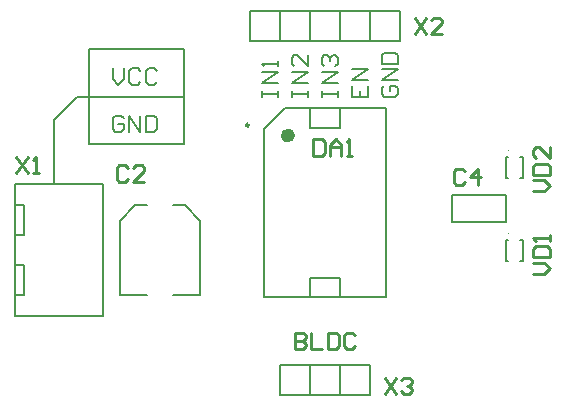
<source format=gto>
G04 Layer_Color=15269887*
%FSLAX24Y24*%
%MOIN*%
G70*
G01*
G75*
%ADD20C,0.0098*%
%ADD21C,0.0236*%
%ADD22C,0.0039*%
%ADD23C,0.0079*%
%ADD24C,0.0100*%
D20*
X8484Y10468D02*
G03*
X8484Y10468I-49J0D01*
G01*
D21*
X9892Y10124D02*
G03*
X9892Y10124I-118J0D01*
G01*
D22*
X17146Y6870D02*
G03*
X17146Y6870I-20J0D01*
G01*
Y9626D02*
G03*
X17146Y9626I-20J0D01*
G01*
D23*
X1969Y8499D02*
Y10630D01*
X2756Y11417D01*
X3150D01*
X6299D01*
X3150Y9843D02*
Y10630D01*
Y9843D02*
X6299D01*
Y12992D01*
X3150D02*
X6299D01*
X3150Y10630D02*
Y12992D01*
X5955Y7795D02*
X6344D01*
X6850Y7288D01*
X4173D02*
X4680Y7795D01*
X5069D01*
X6850Y4803D02*
Y7288D01*
X5955Y4803D02*
X6850D01*
X4173D02*
X5069D01*
X4173D02*
Y7288D01*
X15242Y7227D02*
Y8127D01*
X17042Y7227D02*
Y8127D01*
X15242Y7227D02*
X17042D01*
X15242Y8127D02*
X17042D01*
X8996Y10346D02*
X9673Y11024D01*
X8996Y4724D02*
Y10346D01*
Y4724D02*
X13051D01*
Y11024D01*
X10524Y10374D02*
X11524D01*
X10524D02*
Y11024D01*
X9673D02*
X13051D01*
X11524Y10374D02*
Y11024D01*
Y4724D02*
Y5374D01*
X10524D02*
X11524D01*
X10524Y4724D02*
Y5374D01*
X17047Y5945D02*
Y6654D01*
X17598Y5945D02*
Y6654D01*
X17047Y5945D02*
X17126D01*
X17047Y6654D02*
X17126D01*
X17520Y5945D02*
X17598D01*
X17520Y6654D02*
X17598D01*
X17047Y8701D02*
Y9409D01*
X17598Y8701D02*
Y9409D01*
X17047Y8701D02*
X17126D01*
X17047Y9409D02*
X17126D01*
X17520Y8701D02*
X17598D01*
X17520Y9409D02*
X17598D01*
X668Y4799D02*
X969D01*
Y5799D01*
X668D02*
X969D01*
X668Y6799D02*
X969D01*
Y7799D01*
X668D02*
X969D01*
X668Y4099D02*
Y8499D01*
Y4099D02*
X3618D01*
Y8499D01*
X668D02*
X3618D01*
X8524Y13280D02*
Y14280D01*
X13524D01*
Y13280D02*
Y14280D01*
X8524Y13280D02*
X13524D01*
X12524D02*
Y14280D01*
X11524Y13280D02*
Y14280D01*
X10524Y13280D02*
Y14280D01*
X9524Y13280D02*
Y14280D01*
X10524Y1469D02*
Y2468D01*
X9524D02*
X12524D01*
Y1469D02*
Y2468D01*
X9524Y1469D02*
X12524D01*
X9524D02*
Y2468D01*
X11524Y1469D02*
Y2468D01*
X4304Y10695D02*
X4213Y10787D01*
X4029D01*
X3937Y10695D01*
Y10328D01*
X4029Y10236D01*
X4213D01*
X4304Y10328D01*
Y10512D01*
X4121D01*
X4488Y10236D02*
Y10787D01*
X4855Y10236D01*
Y10787D01*
X5039D02*
Y10236D01*
X5315D01*
X5406Y10328D01*
Y10695D01*
X5315Y10787D01*
X5039D01*
X3937Y12362D02*
Y11995D01*
X4121Y11811D01*
X4304Y11995D01*
Y12362D01*
X4855Y12270D02*
X4764Y12362D01*
X4580D01*
X4488Y12270D01*
Y11903D01*
X4580Y11811D01*
X4764D01*
X4855Y11903D01*
X5406Y12270D02*
X5315Y12362D01*
X5131D01*
X5039Y12270D01*
Y11903D01*
X5131Y11811D01*
X5315D01*
X5406Y11903D01*
X12990Y11785D02*
X12898Y11693D01*
Y11509D01*
X12990Y11417D01*
X13357D01*
X13449Y11509D01*
Y11693D01*
X13357Y11785D01*
X13173D01*
Y11601D01*
X13449Y11968D02*
X12898D01*
X13449Y12336D01*
X12898D01*
Y12519D02*
X13449D01*
Y12795D01*
X13357Y12887D01*
X12990D01*
X12898Y12795D01*
Y12519D01*
X11898Y11785D02*
Y11417D01*
X12449D01*
Y11785D01*
X12173Y11417D02*
Y11601D01*
X12449Y11968D02*
X11898D01*
X12449Y12336D01*
X11898D01*
X10898Y11417D02*
Y11601D01*
Y11509D01*
X11449D01*
Y11417D01*
Y11601D01*
Y11876D02*
X10898D01*
X11449Y12244D01*
X10898D01*
X10990Y12427D02*
X10898Y12519D01*
Y12703D01*
X10990Y12795D01*
X11081D01*
X11173Y12703D01*
Y12611D01*
Y12703D01*
X11265Y12795D01*
X11357D01*
X11449Y12703D01*
Y12519D01*
X11357Y12427D01*
X9898Y11417D02*
Y11601D01*
Y11509D01*
X10449D01*
Y11417D01*
Y11601D01*
Y11876D02*
X9898D01*
X10449Y12244D01*
X9898D01*
X10449Y12795D02*
Y12427D01*
X10081Y12795D01*
X9990D01*
X9898Y12703D01*
Y12519D01*
X9990Y12427D01*
X8898Y11417D02*
Y11601D01*
Y11509D01*
X9449D01*
Y11417D01*
Y11601D01*
Y11876D02*
X8898D01*
X9449Y12244D01*
X8898D01*
X9449Y12427D02*
Y12611D01*
Y12519D01*
X8898D01*
X8990Y12427D01*
D24*
X13000Y2051D02*
X13367Y1500D01*
Y2051D02*
X13000Y1500D01*
X13551Y1959D02*
X13643Y2051D01*
X13827D01*
X13918Y1959D01*
Y1867D01*
X13827Y1776D01*
X13735D01*
X13827D01*
X13918Y1684D01*
Y1592D01*
X13827Y1500D01*
X13643D01*
X13551Y1592D01*
X14000Y14051D02*
X14367Y13500D01*
Y14051D02*
X14000Y13500D01*
X14918D02*
X14551D01*
X14918Y13867D01*
Y13959D01*
X14827Y14051D01*
X14643D01*
X14551Y13959D01*
X730Y9413D02*
X1097Y8862D01*
Y9413D02*
X730Y8862D01*
X1281D02*
X1465D01*
X1373D01*
Y9413D01*
X1281Y9321D01*
X17953Y8268D02*
X18320D01*
X18504Y8451D01*
X18320Y8635D01*
X17953D01*
Y8819D02*
X18504D01*
Y9094D01*
X18412Y9186D01*
X18045D01*
X17953Y9094D01*
Y8819D01*
X18504Y9737D02*
Y9370D01*
X18137Y9737D01*
X18045D01*
X17953Y9645D01*
Y9462D01*
X18045Y9370D01*
X17953Y5512D02*
X18320D01*
X18504Y5695D01*
X18320Y5879D01*
X17953D01*
Y6063D02*
X18504D01*
Y6338D01*
X18412Y6430D01*
X18045D01*
X17953Y6338D01*
Y6063D01*
X18504Y6614D02*
Y6797D01*
Y6706D01*
X17953D01*
X18045Y6614D01*
X10630Y10000D02*
Y9449D01*
X10905D01*
X10997Y9541D01*
Y9908D01*
X10905Y10000D01*
X10630D01*
X11181Y9449D02*
Y9816D01*
X11365Y10000D01*
X11548Y9816D01*
Y9449D01*
Y9724D01*
X11181D01*
X11732Y9449D02*
X11916D01*
X11824D01*
Y10000D01*
X11732Y9908D01*
X15667Y8931D02*
X15575Y9022D01*
X15392D01*
X15300Y8931D01*
Y8563D01*
X15392Y8472D01*
X15575D01*
X15667Y8563D01*
X16127Y8472D02*
Y9022D01*
X15851Y8747D01*
X16218D01*
X4437Y9041D02*
X4345Y9133D01*
X4162D01*
X4070Y9041D01*
Y8673D01*
X4162Y8582D01*
X4345D01*
X4437Y8673D01*
X4988Y8582D02*
X4621D01*
X4988Y8949D01*
Y9041D01*
X4897Y9133D01*
X4713D01*
X4621Y9041D01*
X10000Y3551D02*
Y3000D01*
X10275D01*
X10367Y3092D01*
Y3184D01*
X10275Y3275D01*
X10000D01*
X10275D01*
X10367Y3367D01*
Y3459D01*
X10275Y3551D01*
X10000D01*
X10551D02*
Y3000D01*
X10918D01*
X11102Y3551D02*
Y3000D01*
X11378D01*
X11469Y3092D01*
Y3459D01*
X11378Y3551D01*
X11102D01*
X12020Y3459D02*
X11929Y3551D01*
X11745D01*
X11653Y3459D01*
Y3092D01*
X11745Y3000D01*
X11929D01*
X12020Y3092D01*
M02*

</source>
